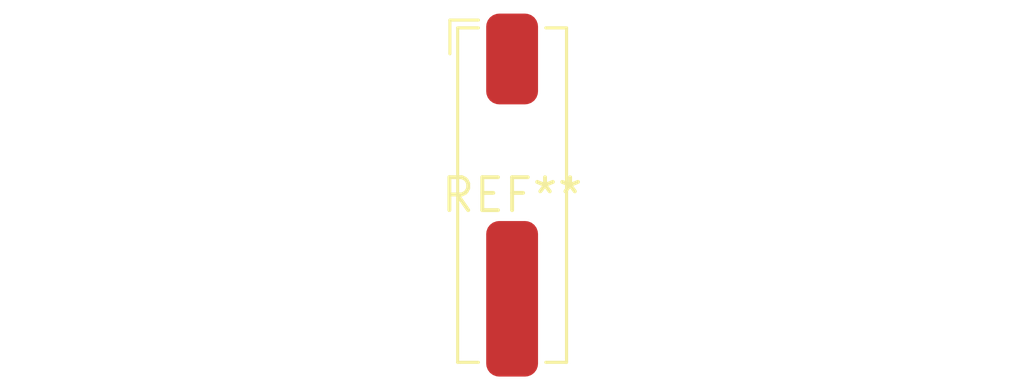
<source format=kicad_pcb>
(kicad_pcb (version 20240108) (generator pcbnew)
  (layers (0 "F.Cu" signal) (31 "B.Cu" signal) (34 "B.Paste" user) (35 "F.Paste" user) (36 "B.SilkS" user "B.Silkscreen") (37 "F.SilkS" user "F.Silkscreen") (38 "B.Mask" user) (39 "F.Mask" user) (44 "Edge.Cuts" user))
  (net 0 "")
  (footprint "TE_2834006-1_1x01_P4.0mm_Horizontal" (layer "F.Cu") (at 0 0)
    (property "Reference" "REF**")
    (property "Value" "TE_2834006-1_1x01_P4.0mm_Horizontal")
    (fp_line (start -2.4 -6.75) (end -2.4 -5.45) (layer "F.SilkS") (stroke (width 0.12)))
    (fp_line (start -2.1 -6.45) (end -1.3 -6.45) (layer "F.SilkS") (stroke (width 0.12)))
    (fp_line (start -2.1 6.45) (end -2.1 -6.45) (layer "F.SilkS") (stroke (width 0.12)))
    (fp_line (start -2.1 6.45) (end -1.3 6.45) (layer "F.SilkS") (stroke (width 0.12)))
    (fp_line (start -1.3 -6.75) (end -2.4 -6.75) (layer "F.SilkS") (stroke (width 0.12)))
    (fp_line (start 2.1 -6.45) (end 1.3 -6.45) (layer "F.SilkS") (stroke (width 0.12)))
    (fp_line (start 2.1 -6.45) (end 2.1 6.45) (layer "F.SilkS") (stroke (width 0.12)))
    (fp_line (start 2.1 6.45) (end 1.3 6.45) (layer "F.SilkS") (stroke (width 0.12)))
    (pad "1" smd roundrect (at 0 -5.25) (size 2 3.5) (layers "F.Cu" "F.Paste" "F.Mask"))
    (pad "1" smd roundrect (at 0 4) (size 2 6) (layers "F.Cu" "F.Paste" "F.Mask"))
  )
)
</source>
